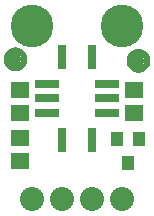
<source format=gbr>
G04 EAGLE Gerber RS-274X export*
G75*
%MOMM*%
%FSLAX34Y34*%
%LPD*%
%INSoldermask Top*%
%IPPOS*%
%AMOC8*
5,1,8,0,0,1.08239X$1,22.5*%
G01*
%ADD10R,2.101600X0.701600*%
%ADD11R,0.701600X2.101600*%
%ADD12R,1.601600X1.401600*%
%ADD13C,1.101600*%
%ADD14C,0.500000*%
%ADD15C,3.617600*%
%ADD16C,2.032000*%
%ADD17R,1.101600X1.301600*%


D10*
X38500Y116640D03*
X38500Y104140D03*
X38500Y91640D03*
D11*
X50800Y69140D03*
X76200Y69140D03*
D10*
X88500Y91640D03*
X88500Y104140D03*
X88500Y116640D03*
D11*
X76200Y139140D03*
X50800Y139140D03*
D12*
X15240Y111100D03*
X15240Y92100D03*
D13*
X115570Y135890D03*
D14*
X115570Y143390D02*
X115389Y143388D01*
X115208Y143381D01*
X115027Y143370D01*
X114846Y143355D01*
X114666Y143335D01*
X114486Y143311D01*
X114307Y143283D01*
X114129Y143250D01*
X113952Y143213D01*
X113775Y143172D01*
X113600Y143127D01*
X113425Y143077D01*
X113252Y143023D01*
X113081Y142965D01*
X112910Y142903D01*
X112742Y142836D01*
X112575Y142766D01*
X112409Y142692D01*
X112246Y142613D01*
X112085Y142531D01*
X111925Y142445D01*
X111768Y142355D01*
X111613Y142261D01*
X111460Y142164D01*
X111310Y142062D01*
X111162Y141958D01*
X111016Y141849D01*
X110874Y141738D01*
X110734Y141622D01*
X110597Y141504D01*
X110462Y141382D01*
X110331Y141257D01*
X110203Y141129D01*
X110078Y140998D01*
X109956Y140863D01*
X109838Y140726D01*
X109722Y140586D01*
X109611Y140444D01*
X109502Y140298D01*
X109398Y140150D01*
X109296Y140000D01*
X109199Y139847D01*
X109105Y139692D01*
X109015Y139535D01*
X108929Y139375D01*
X108847Y139214D01*
X108768Y139051D01*
X108694Y138885D01*
X108624Y138718D01*
X108557Y138550D01*
X108495Y138379D01*
X108437Y138208D01*
X108383Y138035D01*
X108333Y137860D01*
X108288Y137685D01*
X108247Y137508D01*
X108210Y137331D01*
X108177Y137153D01*
X108149Y136974D01*
X108125Y136794D01*
X108105Y136614D01*
X108090Y136433D01*
X108079Y136252D01*
X108072Y136071D01*
X108070Y135890D01*
X115570Y143390D02*
X115751Y143388D01*
X115932Y143381D01*
X116113Y143370D01*
X116294Y143355D01*
X116474Y143335D01*
X116654Y143311D01*
X116833Y143283D01*
X117011Y143250D01*
X117188Y143213D01*
X117365Y143172D01*
X117540Y143127D01*
X117715Y143077D01*
X117888Y143023D01*
X118059Y142965D01*
X118230Y142903D01*
X118398Y142836D01*
X118565Y142766D01*
X118731Y142692D01*
X118894Y142613D01*
X119055Y142531D01*
X119215Y142445D01*
X119372Y142355D01*
X119527Y142261D01*
X119680Y142164D01*
X119830Y142062D01*
X119978Y141958D01*
X120124Y141849D01*
X120266Y141738D01*
X120406Y141622D01*
X120543Y141504D01*
X120678Y141382D01*
X120809Y141257D01*
X120937Y141129D01*
X121062Y140998D01*
X121184Y140863D01*
X121302Y140726D01*
X121418Y140586D01*
X121529Y140444D01*
X121638Y140298D01*
X121742Y140150D01*
X121844Y140000D01*
X121941Y139847D01*
X122035Y139692D01*
X122125Y139535D01*
X122211Y139375D01*
X122293Y139214D01*
X122372Y139051D01*
X122446Y138885D01*
X122516Y138718D01*
X122583Y138550D01*
X122645Y138379D01*
X122703Y138208D01*
X122757Y138035D01*
X122807Y137860D01*
X122852Y137685D01*
X122893Y137508D01*
X122930Y137331D01*
X122963Y137153D01*
X122991Y136974D01*
X123015Y136794D01*
X123035Y136614D01*
X123050Y136433D01*
X123061Y136252D01*
X123068Y136071D01*
X123070Y135890D01*
X123068Y135709D01*
X123061Y135528D01*
X123050Y135347D01*
X123035Y135166D01*
X123015Y134986D01*
X122991Y134806D01*
X122963Y134627D01*
X122930Y134449D01*
X122893Y134272D01*
X122852Y134095D01*
X122807Y133920D01*
X122757Y133745D01*
X122703Y133572D01*
X122645Y133401D01*
X122583Y133230D01*
X122516Y133062D01*
X122446Y132895D01*
X122372Y132729D01*
X122293Y132566D01*
X122211Y132405D01*
X122125Y132245D01*
X122035Y132088D01*
X121941Y131933D01*
X121844Y131780D01*
X121742Y131630D01*
X121638Y131482D01*
X121529Y131336D01*
X121418Y131194D01*
X121302Y131054D01*
X121184Y130917D01*
X121062Y130782D01*
X120937Y130651D01*
X120809Y130523D01*
X120678Y130398D01*
X120543Y130276D01*
X120406Y130158D01*
X120266Y130042D01*
X120124Y129931D01*
X119978Y129822D01*
X119830Y129718D01*
X119680Y129616D01*
X119527Y129519D01*
X119372Y129425D01*
X119215Y129335D01*
X119055Y129249D01*
X118894Y129167D01*
X118731Y129088D01*
X118565Y129014D01*
X118398Y128944D01*
X118230Y128877D01*
X118059Y128815D01*
X117888Y128757D01*
X117715Y128703D01*
X117540Y128653D01*
X117365Y128608D01*
X117188Y128567D01*
X117011Y128530D01*
X116833Y128497D01*
X116654Y128469D01*
X116474Y128445D01*
X116294Y128425D01*
X116113Y128410D01*
X115932Y128399D01*
X115751Y128392D01*
X115570Y128390D01*
X115389Y128392D01*
X115208Y128399D01*
X115027Y128410D01*
X114846Y128425D01*
X114666Y128445D01*
X114486Y128469D01*
X114307Y128497D01*
X114129Y128530D01*
X113952Y128567D01*
X113775Y128608D01*
X113600Y128653D01*
X113425Y128703D01*
X113252Y128757D01*
X113081Y128815D01*
X112910Y128877D01*
X112742Y128944D01*
X112575Y129014D01*
X112409Y129088D01*
X112246Y129167D01*
X112085Y129249D01*
X111925Y129335D01*
X111768Y129425D01*
X111613Y129519D01*
X111460Y129616D01*
X111310Y129718D01*
X111162Y129822D01*
X111016Y129931D01*
X110874Y130042D01*
X110734Y130158D01*
X110597Y130276D01*
X110462Y130398D01*
X110331Y130523D01*
X110203Y130651D01*
X110078Y130782D01*
X109956Y130917D01*
X109838Y131054D01*
X109722Y131194D01*
X109611Y131336D01*
X109502Y131482D01*
X109398Y131630D01*
X109296Y131780D01*
X109199Y131933D01*
X109105Y132088D01*
X109015Y132245D01*
X108929Y132405D01*
X108847Y132566D01*
X108768Y132729D01*
X108694Y132895D01*
X108624Y133062D01*
X108557Y133230D01*
X108495Y133401D01*
X108437Y133572D01*
X108383Y133745D01*
X108333Y133920D01*
X108288Y134095D01*
X108247Y134272D01*
X108210Y134449D01*
X108177Y134627D01*
X108149Y134806D01*
X108125Y134986D01*
X108105Y135166D01*
X108090Y135347D01*
X108079Y135528D01*
X108072Y135709D01*
X108070Y135890D01*
D13*
X11430Y137160D03*
D14*
X11430Y144660D02*
X11249Y144658D01*
X11068Y144651D01*
X10887Y144640D01*
X10706Y144625D01*
X10526Y144605D01*
X10346Y144581D01*
X10167Y144553D01*
X9989Y144520D01*
X9812Y144483D01*
X9635Y144442D01*
X9460Y144397D01*
X9285Y144347D01*
X9112Y144293D01*
X8941Y144235D01*
X8770Y144173D01*
X8602Y144106D01*
X8435Y144036D01*
X8269Y143962D01*
X8106Y143883D01*
X7945Y143801D01*
X7785Y143715D01*
X7628Y143625D01*
X7473Y143531D01*
X7320Y143434D01*
X7170Y143332D01*
X7022Y143228D01*
X6876Y143119D01*
X6734Y143008D01*
X6594Y142892D01*
X6457Y142774D01*
X6322Y142652D01*
X6191Y142527D01*
X6063Y142399D01*
X5938Y142268D01*
X5816Y142133D01*
X5698Y141996D01*
X5582Y141856D01*
X5471Y141714D01*
X5362Y141568D01*
X5258Y141420D01*
X5156Y141270D01*
X5059Y141117D01*
X4965Y140962D01*
X4875Y140805D01*
X4789Y140645D01*
X4707Y140484D01*
X4628Y140321D01*
X4554Y140155D01*
X4484Y139988D01*
X4417Y139820D01*
X4355Y139649D01*
X4297Y139478D01*
X4243Y139305D01*
X4193Y139130D01*
X4148Y138955D01*
X4107Y138778D01*
X4070Y138601D01*
X4037Y138423D01*
X4009Y138244D01*
X3985Y138064D01*
X3965Y137884D01*
X3950Y137703D01*
X3939Y137522D01*
X3932Y137341D01*
X3930Y137160D01*
X11430Y144660D02*
X11611Y144658D01*
X11792Y144651D01*
X11973Y144640D01*
X12154Y144625D01*
X12334Y144605D01*
X12514Y144581D01*
X12693Y144553D01*
X12871Y144520D01*
X13048Y144483D01*
X13225Y144442D01*
X13400Y144397D01*
X13575Y144347D01*
X13748Y144293D01*
X13919Y144235D01*
X14090Y144173D01*
X14258Y144106D01*
X14425Y144036D01*
X14591Y143962D01*
X14754Y143883D01*
X14915Y143801D01*
X15075Y143715D01*
X15232Y143625D01*
X15387Y143531D01*
X15540Y143434D01*
X15690Y143332D01*
X15838Y143228D01*
X15984Y143119D01*
X16126Y143008D01*
X16266Y142892D01*
X16403Y142774D01*
X16538Y142652D01*
X16669Y142527D01*
X16797Y142399D01*
X16922Y142268D01*
X17044Y142133D01*
X17162Y141996D01*
X17278Y141856D01*
X17389Y141714D01*
X17498Y141568D01*
X17602Y141420D01*
X17704Y141270D01*
X17801Y141117D01*
X17895Y140962D01*
X17985Y140805D01*
X18071Y140645D01*
X18153Y140484D01*
X18232Y140321D01*
X18306Y140155D01*
X18376Y139988D01*
X18443Y139820D01*
X18505Y139649D01*
X18563Y139478D01*
X18617Y139305D01*
X18667Y139130D01*
X18712Y138955D01*
X18753Y138778D01*
X18790Y138601D01*
X18823Y138423D01*
X18851Y138244D01*
X18875Y138064D01*
X18895Y137884D01*
X18910Y137703D01*
X18921Y137522D01*
X18928Y137341D01*
X18930Y137160D01*
X18928Y136979D01*
X18921Y136798D01*
X18910Y136617D01*
X18895Y136436D01*
X18875Y136256D01*
X18851Y136076D01*
X18823Y135897D01*
X18790Y135719D01*
X18753Y135542D01*
X18712Y135365D01*
X18667Y135190D01*
X18617Y135015D01*
X18563Y134842D01*
X18505Y134671D01*
X18443Y134500D01*
X18376Y134332D01*
X18306Y134165D01*
X18232Y133999D01*
X18153Y133836D01*
X18071Y133675D01*
X17985Y133515D01*
X17895Y133358D01*
X17801Y133203D01*
X17704Y133050D01*
X17602Y132900D01*
X17498Y132752D01*
X17389Y132606D01*
X17278Y132464D01*
X17162Y132324D01*
X17044Y132187D01*
X16922Y132052D01*
X16797Y131921D01*
X16669Y131793D01*
X16538Y131668D01*
X16403Y131546D01*
X16266Y131428D01*
X16126Y131312D01*
X15984Y131201D01*
X15838Y131092D01*
X15690Y130988D01*
X15540Y130886D01*
X15387Y130789D01*
X15232Y130695D01*
X15075Y130605D01*
X14915Y130519D01*
X14754Y130437D01*
X14591Y130358D01*
X14425Y130284D01*
X14258Y130214D01*
X14090Y130147D01*
X13919Y130085D01*
X13748Y130027D01*
X13575Y129973D01*
X13400Y129923D01*
X13225Y129878D01*
X13048Y129837D01*
X12871Y129800D01*
X12693Y129767D01*
X12514Y129739D01*
X12334Y129715D01*
X12154Y129695D01*
X11973Y129680D01*
X11792Y129669D01*
X11611Y129662D01*
X11430Y129660D01*
X11249Y129662D01*
X11068Y129669D01*
X10887Y129680D01*
X10706Y129695D01*
X10526Y129715D01*
X10346Y129739D01*
X10167Y129767D01*
X9989Y129800D01*
X9812Y129837D01*
X9635Y129878D01*
X9460Y129923D01*
X9285Y129973D01*
X9112Y130027D01*
X8941Y130085D01*
X8770Y130147D01*
X8602Y130214D01*
X8435Y130284D01*
X8269Y130358D01*
X8106Y130437D01*
X7945Y130519D01*
X7785Y130605D01*
X7628Y130695D01*
X7473Y130789D01*
X7320Y130886D01*
X7170Y130988D01*
X7022Y131092D01*
X6876Y131201D01*
X6734Y131312D01*
X6594Y131428D01*
X6457Y131546D01*
X6322Y131668D01*
X6191Y131793D01*
X6063Y131921D01*
X5938Y132052D01*
X5816Y132187D01*
X5698Y132324D01*
X5582Y132464D01*
X5471Y132606D01*
X5362Y132752D01*
X5258Y132900D01*
X5156Y133050D01*
X5059Y133203D01*
X4965Y133358D01*
X4875Y133515D01*
X4789Y133675D01*
X4707Y133836D01*
X4628Y133999D01*
X4554Y134165D01*
X4484Y134332D01*
X4417Y134500D01*
X4355Y134671D01*
X4297Y134842D01*
X4243Y135015D01*
X4193Y135190D01*
X4148Y135365D01*
X4107Y135542D01*
X4070Y135719D01*
X4037Y135897D01*
X4009Y136076D01*
X3985Y136256D01*
X3965Y136436D01*
X3950Y136617D01*
X3939Y136798D01*
X3932Y136979D01*
X3930Y137160D01*
D15*
X25400Y165100D03*
X101600Y165100D03*
D12*
X15240Y51460D03*
X15240Y70460D03*
D16*
X25400Y19050D03*
X50800Y19050D03*
X76200Y19050D03*
X101600Y19050D03*
D17*
X106680Y49690D03*
X97180Y69690D03*
X116180Y69690D03*
D12*
X111760Y92100D03*
X111760Y111100D03*
M02*

</source>
